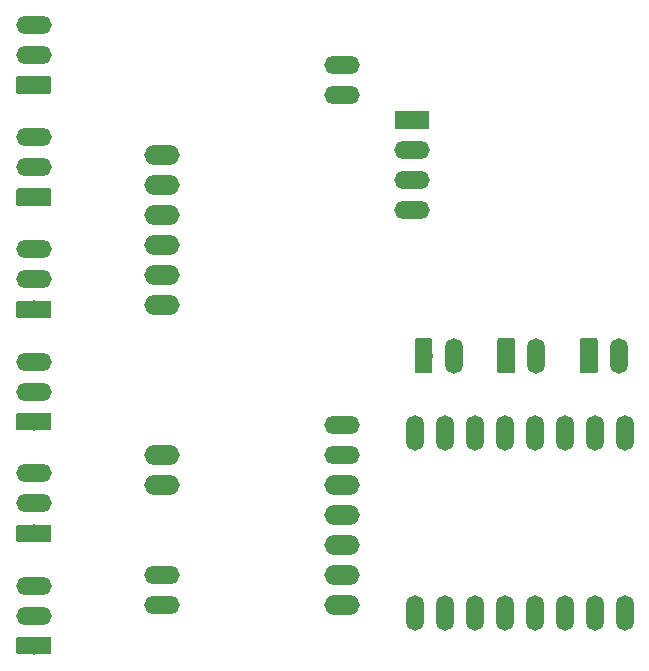
<source format=gbr>
G04 #@! TF.GenerationSoftware,KiCad,Pcbnew,5.0.2*
G04 #@! TF.CreationDate,2019-08-26T11:15:14-03:00*
G04 #@! TF.ProjectId,iceCubeNomeFeio,69636543-7562-4654-9e6f-6d654665696f,rev?*
G04 #@! TF.SameCoordinates,Original*
G04 #@! TF.FileFunction,Copper,L1,Top*
G04 #@! TF.FilePolarity,Positive*
%FSLAX46Y46*%
G04 Gerber Fmt 4.6, Leading zero omitted, Abs format (unit mm)*
G04 Created by KiCad (PCBNEW 5.0.2) date seg 26 ago 2019 11:15:14 -03*
%MOMM*%
%LPD*%
G01*
G04 APERTURE LIST*
G04 #@! TA.AperFunction,ComponentPad*
%ADD10O,3.000000X1.500000*%
G04 #@! TD*
G04 #@! TA.AperFunction,Conductor*
%ADD11C,0.100000*%
G04 #@! TD*
G04 #@! TA.AperFunction,ComponentPad*
%ADD12C,1.500000*%
G04 #@! TD*
G04 #@! TA.AperFunction,ComponentPad*
%ADD13R,3.000000X1.500000*%
G04 #@! TD*
G04 #@! TA.AperFunction,ComponentPad*
%ADD14O,1.500000X3.000000*%
G04 #@! TD*
G04 #@! TA.AperFunction,ComponentPad*
%ADD15O,3.000000X1.700000*%
G04 #@! TD*
G04 APERTURE END LIST*
D10*
G04 #@! TO.P,J4,3*
G04 #@! TO.N,/OUT2*
X120500000Y-76000000D03*
G04 #@! TO.P,J4,2*
G04 #@! TO.N,Earth*
X120500000Y-78540000D03*
D11*
G04 #@! TD*
G04 #@! TO.N,+5V*
G04 #@! TO.C,J4*
G36*
X121805173Y-80331040D02*
X121826140Y-80334150D01*
X121846702Y-80339301D01*
X121866660Y-80346442D01*
X121885822Y-80355505D01*
X121904004Y-80366402D01*
X121921029Y-80379030D01*
X121936735Y-80393265D01*
X121950970Y-80408971D01*
X121963598Y-80425996D01*
X121974495Y-80444178D01*
X121983558Y-80463340D01*
X121990699Y-80483298D01*
X121995850Y-80503860D01*
X121998960Y-80524827D01*
X122000000Y-80545999D01*
X122000000Y-81614001D01*
X121998960Y-81635173D01*
X121995850Y-81656140D01*
X121990699Y-81676702D01*
X121983558Y-81696660D01*
X121974495Y-81715822D01*
X121963598Y-81734004D01*
X121950970Y-81751029D01*
X121936735Y-81766735D01*
X121921029Y-81780970D01*
X121904004Y-81793598D01*
X121885822Y-81804495D01*
X121866660Y-81813558D01*
X121846702Y-81820699D01*
X121826140Y-81825850D01*
X121805173Y-81828960D01*
X121784001Y-81830000D01*
X119215999Y-81830000D01*
X119194827Y-81828960D01*
X119173860Y-81825850D01*
X119153298Y-81820699D01*
X119133340Y-81813558D01*
X119114178Y-81804495D01*
X119095996Y-81793598D01*
X119078971Y-81780970D01*
X119063265Y-81766735D01*
X119049030Y-81751029D01*
X119036402Y-81734004D01*
X119025505Y-81715822D01*
X119016442Y-81696660D01*
X119009301Y-81676702D01*
X119004150Y-81656140D01*
X119001040Y-81635173D01*
X119000000Y-81614001D01*
X119000000Y-80545999D01*
X119001040Y-80524827D01*
X119004150Y-80503860D01*
X119009301Y-80483298D01*
X119016442Y-80463340D01*
X119025505Y-80444178D01*
X119036402Y-80425996D01*
X119049030Y-80408971D01*
X119063265Y-80393265D01*
X119078971Y-80379030D01*
X119095996Y-80366402D01*
X119114178Y-80355505D01*
X119133340Y-80346442D01*
X119153298Y-80339301D01*
X119173860Y-80334150D01*
X119194827Y-80331040D01*
X119215999Y-80330000D01*
X121784001Y-80330000D01*
X121805173Y-80331040D01*
X121805173Y-80331040D01*
G37*
D12*
G04 #@! TO.P,J4,1*
G04 #@! TO.N,+5V*
X120500000Y-81080000D03*
G04 #@! TD*
D10*
G04 #@! TO.P,J2,4*
G04 #@! TO.N,+5V*
X152500000Y-82120000D03*
G04 #@! TO.P,J2,3*
G04 #@! TO.N,Earth*
X152500000Y-79580000D03*
G04 #@! TO.P,J2,2*
G04 #@! TO.N,/RXD*
X152500000Y-77040000D03*
D13*
G04 #@! TO.P,J2,1*
G04 #@! TO.N,/TXD*
X152500000Y-74500000D03*
G04 #@! TD*
D11*
G04 #@! TO.N,+5V*
G04 #@! TO.C,J3*
G36*
X121805173Y-70831040D02*
X121826140Y-70834150D01*
X121846702Y-70839301D01*
X121866660Y-70846442D01*
X121885822Y-70855505D01*
X121904004Y-70866402D01*
X121921029Y-70879030D01*
X121936735Y-70893265D01*
X121950970Y-70908971D01*
X121963598Y-70925996D01*
X121974495Y-70944178D01*
X121983558Y-70963340D01*
X121990699Y-70983298D01*
X121995850Y-71003860D01*
X121998960Y-71024827D01*
X122000000Y-71045999D01*
X122000000Y-72114001D01*
X121998960Y-72135173D01*
X121995850Y-72156140D01*
X121990699Y-72176702D01*
X121983558Y-72196660D01*
X121974495Y-72215822D01*
X121963598Y-72234004D01*
X121950970Y-72251029D01*
X121936735Y-72266735D01*
X121921029Y-72280970D01*
X121904004Y-72293598D01*
X121885822Y-72304495D01*
X121866660Y-72313558D01*
X121846702Y-72320699D01*
X121826140Y-72325850D01*
X121805173Y-72328960D01*
X121784001Y-72330000D01*
X119215999Y-72330000D01*
X119194827Y-72328960D01*
X119173860Y-72325850D01*
X119153298Y-72320699D01*
X119133340Y-72313558D01*
X119114178Y-72304495D01*
X119095996Y-72293598D01*
X119078971Y-72280970D01*
X119063265Y-72266735D01*
X119049030Y-72251029D01*
X119036402Y-72234004D01*
X119025505Y-72215822D01*
X119016442Y-72196660D01*
X119009301Y-72176702D01*
X119004150Y-72156140D01*
X119001040Y-72135173D01*
X119000000Y-72114001D01*
X119000000Y-71045999D01*
X119001040Y-71024827D01*
X119004150Y-71003860D01*
X119009301Y-70983298D01*
X119016442Y-70963340D01*
X119025505Y-70944178D01*
X119036402Y-70925996D01*
X119049030Y-70908971D01*
X119063265Y-70893265D01*
X119078971Y-70879030D01*
X119095996Y-70866402D01*
X119114178Y-70855505D01*
X119133340Y-70846442D01*
X119153298Y-70839301D01*
X119173860Y-70834150D01*
X119194827Y-70831040D01*
X119215999Y-70830000D01*
X121784001Y-70830000D01*
X121805173Y-70831040D01*
X121805173Y-70831040D01*
G37*
D12*
G04 #@! TD*
G04 #@! TO.P,J3,1*
G04 #@! TO.N,+5V*
X120500000Y-71580000D03*
D10*
G04 #@! TO.P,J3,2*
G04 #@! TO.N,Earth*
X120500000Y-69040000D03*
G04 #@! TO.P,J3,3*
G04 #@! TO.N,/OUT1*
X120500000Y-66500000D03*
G04 #@! TD*
D14*
G04 #@! TO.P,J1,2*
G04 #@! TO.N,Earth*
X170040000Y-94500000D03*
D11*
G04 #@! TD*
G04 #@! TO.N,/VIM*
G04 #@! TO.C,J1*
G36*
X168055173Y-93001040D02*
X168076140Y-93004150D01*
X168096702Y-93009301D01*
X168116660Y-93016442D01*
X168135822Y-93025505D01*
X168154004Y-93036402D01*
X168171029Y-93049030D01*
X168186735Y-93063265D01*
X168200970Y-93078971D01*
X168213598Y-93095996D01*
X168224495Y-93114178D01*
X168233558Y-93133340D01*
X168240699Y-93153298D01*
X168245850Y-93173860D01*
X168248960Y-93194827D01*
X168250000Y-93215999D01*
X168250000Y-95784001D01*
X168248960Y-95805173D01*
X168245850Y-95826140D01*
X168240699Y-95846702D01*
X168233558Y-95866660D01*
X168224495Y-95885822D01*
X168213598Y-95904004D01*
X168200970Y-95921029D01*
X168186735Y-95936735D01*
X168171029Y-95950970D01*
X168154004Y-95963598D01*
X168135822Y-95974495D01*
X168116660Y-95983558D01*
X168096702Y-95990699D01*
X168076140Y-95995850D01*
X168055173Y-95998960D01*
X168034001Y-96000000D01*
X166965999Y-96000000D01*
X166944827Y-95998960D01*
X166923860Y-95995850D01*
X166903298Y-95990699D01*
X166883340Y-95983558D01*
X166864178Y-95974495D01*
X166845996Y-95963598D01*
X166828971Y-95950970D01*
X166813265Y-95936735D01*
X166799030Y-95921029D01*
X166786402Y-95904004D01*
X166775505Y-95885822D01*
X166766442Y-95866660D01*
X166759301Y-95846702D01*
X166754150Y-95826140D01*
X166751040Y-95805173D01*
X166750000Y-95784001D01*
X166750000Y-93215999D01*
X166751040Y-93194827D01*
X166754150Y-93173860D01*
X166759301Y-93153298D01*
X166766442Y-93133340D01*
X166775505Y-93114178D01*
X166786402Y-93095996D01*
X166799030Y-93078971D01*
X166813265Y-93063265D01*
X166828971Y-93049030D01*
X166845996Y-93036402D01*
X166864178Y-93025505D01*
X166883340Y-93016442D01*
X166903298Y-93009301D01*
X166923860Y-93004150D01*
X166944827Y-93001040D01*
X166965999Y-93000000D01*
X168034001Y-93000000D01*
X168055173Y-93001040D01*
X168055173Y-93001040D01*
G37*
D12*
G04 #@! TO.P,J1,1*
G04 #@! TO.N,/VIM*
X167500000Y-94500000D03*
G04 #@! TD*
D14*
G04 #@! TO.P,U3,16*
G04 #@! TO.N,/A10*
X170550000Y-116280000D03*
G04 #@! TO.P,U3,15*
G04 #@! TO.N,/A8*
X168010000Y-116280000D03*
G04 #@! TO.P,U3,14*
G04 #@! TO.N,/A15*
X165470000Y-116280000D03*
G04 #@! TO.P,U3,13*
G04 #@! TO.N,/B14*
X162930000Y-116280000D03*
G04 #@! TO.P,U3,12*
G04 #@! TO.N,/B13*
X160390000Y-116280000D03*
G04 #@! TO.P,U3,11*
G04 #@! TO.N,/B12*
X157850000Y-116280000D03*
G04 #@! TO.P,U3,10*
G04 #@! TO.N,/A9*
X155310000Y-116280000D03*
G04 #@! TO.P,U3,9*
G04 #@! TO.N,Earth*
X152770000Y-116280000D03*
G04 #@! TO.P,U3,8*
X152770000Y-101040000D03*
G04 #@! TO.P,U3,7*
G04 #@! TO.N,Net-(J10-Pad1)*
X155310000Y-101040000D03*
G04 #@! TO.P,U3,6*
G04 #@! TO.N,Net-(J10-Pad2)*
X157850000Y-101040000D03*
G04 #@! TO.P,U3,5*
G04 #@! TO.N,Net-(J9-Pad1)*
X160390000Y-101040000D03*
G04 #@! TO.P,U3,4*
G04 #@! TO.N,Net-(J9-Pad2)*
X162930000Y-101040000D03*
G04 #@! TO.P,U3,3*
G04 #@! TO.N,Earth*
X165470000Y-101040000D03*
G04 #@! TO.P,U3,2*
G04 #@! TO.N,+5V*
X168010000Y-101040000D03*
G04 #@! TO.P,U3,1*
X170550000Y-101040000D03*
G04 #@! TD*
D11*
G04 #@! TO.N,+5V*
G04 #@! TO.C,J5*
G36*
X121805173Y-89831040D02*
X121826140Y-89834150D01*
X121846702Y-89839301D01*
X121866660Y-89846442D01*
X121885822Y-89855505D01*
X121904004Y-89866402D01*
X121921029Y-89879030D01*
X121936735Y-89893265D01*
X121950970Y-89908971D01*
X121963598Y-89925996D01*
X121974495Y-89944178D01*
X121983558Y-89963340D01*
X121990699Y-89983298D01*
X121995850Y-90003860D01*
X121998960Y-90024827D01*
X122000000Y-90045999D01*
X122000000Y-91114001D01*
X121998960Y-91135173D01*
X121995850Y-91156140D01*
X121990699Y-91176702D01*
X121983558Y-91196660D01*
X121974495Y-91215822D01*
X121963598Y-91234004D01*
X121950970Y-91251029D01*
X121936735Y-91266735D01*
X121921029Y-91280970D01*
X121904004Y-91293598D01*
X121885822Y-91304495D01*
X121866660Y-91313558D01*
X121846702Y-91320699D01*
X121826140Y-91325850D01*
X121805173Y-91328960D01*
X121784001Y-91330000D01*
X119215999Y-91330000D01*
X119194827Y-91328960D01*
X119173860Y-91325850D01*
X119153298Y-91320699D01*
X119133340Y-91313558D01*
X119114178Y-91304495D01*
X119095996Y-91293598D01*
X119078971Y-91280970D01*
X119063265Y-91266735D01*
X119049030Y-91251029D01*
X119036402Y-91234004D01*
X119025505Y-91215822D01*
X119016442Y-91196660D01*
X119009301Y-91176702D01*
X119004150Y-91156140D01*
X119001040Y-91135173D01*
X119000000Y-91114001D01*
X119000000Y-90045999D01*
X119001040Y-90024827D01*
X119004150Y-90003860D01*
X119009301Y-89983298D01*
X119016442Y-89963340D01*
X119025505Y-89944178D01*
X119036402Y-89925996D01*
X119049030Y-89908971D01*
X119063265Y-89893265D01*
X119078971Y-89879030D01*
X119095996Y-89866402D01*
X119114178Y-89855505D01*
X119133340Y-89846442D01*
X119153298Y-89839301D01*
X119173860Y-89834150D01*
X119194827Y-89831040D01*
X119215999Y-89830000D01*
X121784001Y-89830000D01*
X121805173Y-89831040D01*
X121805173Y-89831040D01*
G37*
D12*
G04 #@! TD*
G04 #@! TO.P,J5,1*
G04 #@! TO.N,+5V*
X120500000Y-90580000D03*
D10*
G04 #@! TO.P,J5,2*
G04 #@! TO.N,Earth*
X120500000Y-88040000D03*
G04 #@! TO.P,J5,3*
G04 #@! TO.N,/OUT3*
X120500000Y-85500000D03*
G04 #@! TD*
D15*
G04 #@! TO.P,U2,5*
G04 #@! TO.N,/OUT1M*
X131380000Y-77530000D03*
G04 #@! TO.P,U2,6*
G04 #@! TO.N,/OUT2M*
X131380000Y-80070000D03*
G04 #@! TO.P,U2,7*
G04 #@! TO.N,/OUT3M*
X131380000Y-82610000D03*
G04 #@! TO.P,U2,8*
G04 #@! TO.N,/OUT4M*
X131380000Y-85150000D03*
G04 #@! TO.P,U2,9*
G04 #@! TO.N,/OUT5M*
X131380000Y-87690000D03*
G04 #@! TO.P,U2,10*
G04 #@! TO.N,/OUT6M*
X131380000Y-90230000D03*
G04 #@! TO.P,U2,15*
G04 #@! TO.N,/TXD*
X131380000Y-102930000D03*
G04 #@! TO.P,U2,16*
G04 #@! TO.N,/RXD*
X131380000Y-105470000D03*
D10*
G04 #@! TO.P,U2,19*
G04 #@! TO.N,Earth*
X131380000Y-113090000D03*
G04 #@! TO.P,U2,20*
X131380000Y-115630000D03*
D15*
G04 #@! TO.P,U2,21*
G04 #@! TO.N,/B12*
X146620000Y-115630000D03*
G04 #@! TO.P,U2,22*
G04 #@! TO.N,/B13*
X146620000Y-113090000D03*
G04 #@! TO.P,U2,23*
G04 #@! TO.N,/B14*
X146620000Y-110550000D03*
G04 #@! TO.P,U2,24*
G04 #@! TO.N,/A15*
X146620000Y-108010000D03*
G04 #@! TO.P,U2,25*
G04 #@! TO.N,/A8*
X146620000Y-105470000D03*
D10*
G04 #@! TO.P,U2,26*
G04 #@! TO.N,/A9*
X146620000Y-102930000D03*
G04 #@! TO.P,U2,27*
G04 #@! TO.N,/A10*
X146620000Y-100390000D03*
G04 #@! TO.P,U2,38*
G04 #@! TO.N,+5V*
X146620000Y-72450000D03*
G04 #@! TO.P,U2,39*
G04 #@! TO.N,Earth*
X146620000Y-69910000D03*
G04 #@! TD*
D11*
G04 #@! TO.N,Net-(J9-Pad1)*
G04 #@! TO.C,J9*
G36*
X161055173Y-93001040D02*
X161076140Y-93004150D01*
X161096702Y-93009301D01*
X161116660Y-93016442D01*
X161135822Y-93025505D01*
X161154004Y-93036402D01*
X161171029Y-93049030D01*
X161186735Y-93063265D01*
X161200970Y-93078971D01*
X161213598Y-93095996D01*
X161224495Y-93114178D01*
X161233558Y-93133340D01*
X161240699Y-93153298D01*
X161245850Y-93173860D01*
X161248960Y-93194827D01*
X161250000Y-93215999D01*
X161250000Y-95784001D01*
X161248960Y-95805173D01*
X161245850Y-95826140D01*
X161240699Y-95846702D01*
X161233558Y-95866660D01*
X161224495Y-95885822D01*
X161213598Y-95904004D01*
X161200970Y-95921029D01*
X161186735Y-95936735D01*
X161171029Y-95950970D01*
X161154004Y-95963598D01*
X161135822Y-95974495D01*
X161116660Y-95983558D01*
X161096702Y-95990699D01*
X161076140Y-95995850D01*
X161055173Y-95998960D01*
X161034001Y-96000000D01*
X159965999Y-96000000D01*
X159944827Y-95998960D01*
X159923860Y-95995850D01*
X159903298Y-95990699D01*
X159883340Y-95983558D01*
X159864178Y-95974495D01*
X159845996Y-95963598D01*
X159828971Y-95950970D01*
X159813265Y-95936735D01*
X159799030Y-95921029D01*
X159786402Y-95904004D01*
X159775505Y-95885822D01*
X159766442Y-95866660D01*
X159759301Y-95846702D01*
X159754150Y-95826140D01*
X159751040Y-95805173D01*
X159750000Y-95784001D01*
X159750000Y-93215999D01*
X159751040Y-93194827D01*
X159754150Y-93173860D01*
X159759301Y-93153298D01*
X159766442Y-93133340D01*
X159775505Y-93114178D01*
X159786402Y-93095996D01*
X159799030Y-93078971D01*
X159813265Y-93063265D01*
X159828971Y-93049030D01*
X159845996Y-93036402D01*
X159864178Y-93025505D01*
X159883340Y-93016442D01*
X159903298Y-93009301D01*
X159923860Y-93004150D01*
X159944827Y-93001040D01*
X159965999Y-93000000D01*
X161034001Y-93000000D01*
X161055173Y-93001040D01*
X161055173Y-93001040D01*
G37*
D12*
G04 #@! TD*
G04 #@! TO.P,J9,1*
G04 #@! TO.N,Net-(J9-Pad1)*
X160500000Y-94500000D03*
D14*
G04 #@! TO.P,J9,2*
G04 #@! TO.N,Net-(J9-Pad2)*
X163040000Y-94500000D03*
G04 #@! TD*
D10*
G04 #@! TO.P,J8,3*
G04 #@! TO.N,+5V*
X120500000Y-104460000D03*
G04 #@! TO.P,J8,2*
G04 #@! TO.N,Earth*
X120500000Y-107000000D03*
D11*
G04 #@! TD*
G04 #@! TO.N,/OUT6*
G04 #@! TO.C,J8*
G36*
X121805173Y-108791040D02*
X121826140Y-108794150D01*
X121846702Y-108799301D01*
X121866660Y-108806442D01*
X121885822Y-108815505D01*
X121904004Y-108826402D01*
X121921029Y-108839030D01*
X121936735Y-108853265D01*
X121950970Y-108868971D01*
X121963598Y-108885996D01*
X121974495Y-108904178D01*
X121983558Y-108923340D01*
X121990699Y-108943298D01*
X121995850Y-108963860D01*
X121998960Y-108984827D01*
X122000000Y-109005999D01*
X122000000Y-110074001D01*
X121998960Y-110095173D01*
X121995850Y-110116140D01*
X121990699Y-110136702D01*
X121983558Y-110156660D01*
X121974495Y-110175822D01*
X121963598Y-110194004D01*
X121950970Y-110211029D01*
X121936735Y-110226735D01*
X121921029Y-110240970D01*
X121904004Y-110253598D01*
X121885822Y-110264495D01*
X121866660Y-110273558D01*
X121846702Y-110280699D01*
X121826140Y-110285850D01*
X121805173Y-110288960D01*
X121784001Y-110290000D01*
X119215999Y-110290000D01*
X119194827Y-110288960D01*
X119173860Y-110285850D01*
X119153298Y-110280699D01*
X119133340Y-110273558D01*
X119114178Y-110264495D01*
X119095996Y-110253598D01*
X119078971Y-110240970D01*
X119063265Y-110226735D01*
X119049030Y-110211029D01*
X119036402Y-110194004D01*
X119025505Y-110175822D01*
X119016442Y-110156660D01*
X119009301Y-110136702D01*
X119004150Y-110116140D01*
X119001040Y-110095173D01*
X119000000Y-110074001D01*
X119000000Y-109005999D01*
X119001040Y-108984827D01*
X119004150Y-108963860D01*
X119009301Y-108943298D01*
X119016442Y-108923340D01*
X119025505Y-108904178D01*
X119036402Y-108885996D01*
X119049030Y-108868971D01*
X119063265Y-108853265D01*
X119078971Y-108839030D01*
X119095996Y-108826402D01*
X119114178Y-108815505D01*
X119133340Y-108806442D01*
X119153298Y-108799301D01*
X119173860Y-108794150D01*
X119194827Y-108791040D01*
X119215999Y-108790000D01*
X121784001Y-108790000D01*
X121805173Y-108791040D01*
X121805173Y-108791040D01*
G37*
D12*
G04 #@! TO.P,J8,1*
G04 #@! TO.N,/OUT6*
X120500000Y-109540000D03*
G04 #@! TD*
D14*
G04 #@! TO.P,J10,2*
G04 #@! TO.N,Net-(J10-Pad2)*
X156040000Y-94500000D03*
D11*
G04 #@! TD*
G04 #@! TO.N,Net-(J10-Pad1)*
G04 #@! TO.C,J10*
G36*
X154055173Y-93001040D02*
X154076140Y-93004150D01*
X154096702Y-93009301D01*
X154116660Y-93016442D01*
X154135822Y-93025505D01*
X154154004Y-93036402D01*
X154171029Y-93049030D01*
X154186735Y-93063265D01*
X154200970Y-93078971D01*
X154213598Y-93095996D01*
X154224495Y-93114178D01*
X154233558Y-93133340D01*
X154240699Y-93153298D01*
X154245850Y-93173860D01*
X154248960Y-93194827D01*
X154250000Y-93215999D01*
X154250000Y-95784001D01*
X154248960Y-95805173D01*
X154245850Y-95826140D01*
X154240699Y-95846702D01*
X154233558Y-95866660D01*
X154224495Y-95885822D01*
X154213598Y-95904004D01*
X154200970Y-95921029D01*
X154186735Y-95936735D01*
X154171029Y-95950970D01*
X154154004Y-95963598D01*
X154135822Y-95974495D01*
X154116660Y-95983558D01*
X154096702Y-95990699D01*
X154076140Y-95995850D01*
X154055173Y-95998960D01*
X154034001Y-96000000D01*
X152965999Y-96000000D01*
X152944827Y-95998960D01*
X152923860Y-95995850D01*
X152903298Y-95990699D01*
X152883340Y-95983558D01*
X152864178Y-95974495D01*
X152845996Y-95963598D01*
X152828971Y-95950970D01*
X152813265Y-95936735D01*
X152799030Y-95921029D01*
X152786402Y-95904004D01*
X152775505Y-95885822D01*
X152766442Y-95866660D01*
X152759301Y-95846702D01*
X152754150Y-95826140D01*
X152751040Y-95805173D01*
X152750000Y-95784001D01*
X152750000Y-93215999D01*
X152751040Y-93194827D01*
X152754150Y-93173860D01*
X152759301Y-93153298D01*
X152766442Y-93133340D01*
X152775505Y-93114178D01*
X152786402Y-93095996D01*
X152799030Y-93078971D01*
X152813265Y-93063265D01*
X152828971Y-93049030D01*
X152845996Y-93036402D01*
X152864178Y-93025505D01*
X152883340Y-93016442D01*
X152903298Y-93009301D01*
X152923860Y-93004150D01*
X152944827Y-93001040D01*
X152965999Y-93000000D01*
X154034001Y-93000000D01*
X154055173Y-93001040D01*
X154055173Y-93001040D01*
G37*
D12*
G04 #@! TO.P,J10,1*
G04 #@! TO.N,Net-(J10-Pad1)*
X153500000Y-94500000D03*
G04 #@! TD*
D11*
G04 #@! TO.N,/OUT5*
G04 #@! TO.C,J7*
G36*
X121805173Y-118291040D02*
X121826140Y-118294150D01*
X121846702Y-118299301D01*
X121866660Y-118306442D01*
X121885822Y-118315505D01*
X121904004Y-118326402D01*
X121921029Y-118339030D01*
X121936735Y-118353265D01*
X121950970Y-118368971D01*
X121963598Y-118385996D01*
X121974495Y-118404178D01*
X121983558Y-118423340D01*
X121990699Y-118443298D01*
X121995850Y-118463860D01*
X121998960Y-118484827D01*
X122000000Y-118505999D01*
X122000000Y-119574001D01*
X121998960Y-119595173D01*
X121995850Y-119616140D01*
X121990699Y-119636702D01*
X121983558Y-119656660D01*
X121974495Y-119675822D01*
X121963598Y-119694004D01*
X121950970Y-119711029D01*
X121936735Y-119726735D01*
X121921029Y-119740970D01*
X121904004Y-119753598D01*
X121885822Y-119764495D01*
X121866660Y-119773558D01*
X121846702Y-119780699D01*
X121826140Y-119785850D01*
X121805173Y-119788960D01*
X121784001Y-119790000D01*
X119215999Y-119790000D01*
X119194827Y-119788960D01*
X119173860Y-119785850D01*
X119153298Y-119780699D01*
X119133340Y-119773558D01*
X119114178Y-119764495D01*
X119095996Y-119753598D01*
X119078971Y-119740970D01*
X119063265Y-119726735D01*
X119049030Y-119711029D01*
X119036402Y-119694004D01*
X119025505Y-119675822D01*
X119016442Y-119656660D01*
X119009301Y-119636702D01*
X119004150Y-119616140D01*
X119001040Y-119595173D01*
X119000000Y-119574001D01*
X119000000Y-118505999D01*
X119001040Y-118484827D01*
X119004150Y-118463860D01*
X119009301Y-118443298D01*
X119016442Y-118423340D01*
X119025505Y-118404178D01*
X119036402Y-118385996D01*
X119049030Y-118368971D01*
X119063265Y-118353265D01*
X119078971Y-118339030D01*
X119095996Y-118326402D01*
X119114178Y-118315505D01*
X119133340Y-118306442D01*
X119153298Y-118299301D01*
X119173860Y-118294150D01*
X119194827Y-118291040D01*
X119215999Y-118290000D01*
X121784001Y-118290000D01*
X121805173Y-118291040D01*
X121805173Y-118291040D01*
G37*
D12*
G04 #@! TD*
G04 #@! TO.P,J7,1*
G04 #@! TO.N,/OUT5*
X120500000Y-119040000D03*
D10*
G04 #@! TO.P,J7,2*
G04 #@! TO.N,Earth*
X120500000Y-116500000D03*
G04 #@! TO.P,J7,3*
G04 #@! TO.N,+5V*
X120500000Y-113960000D03*
G04 #@! TD*
G04 #@! TO.P,J6,3*
G04 #@! TO.N,/OUT4*
X120500000Y-95000000D03*
G04 #@! TO.P,J6,2*
G04 #@! TO.N,Earth*
X120500000Y-97540000D03*
D11*
G04 #@! TD*
G04 #@! TO.N,+5V*
G04 #@! TO.C,J6*
G36*
X121805173Y-99331040D02*
X121826140Y-99334150D01*
X121846702Y-99339301D01*
X121866660Y-99346442D01*
X121885822Y-99355505D01*
X121904004Y-99366402D01*
X121921029Y-99379030D01*
X121936735Y-99393265D01*
X121950970Y-99408971D01*
X121963598Y-99425996D01*
X121974495Y-99444178D01*
X121983558Y-99463340D01*
X121990699Y-99483298D01*
X121995850Y-99503860D01*
X121998960Y-99524827D01*
X122000000Y-99545999D01*
X122000000Y-100614001D01*
X121998960Y-100635173D01*
X121995850Y-100656140D01*
X121990699Y-100676702D01*
X121983558Y-100696660D01*
X121974495Y-100715822D01*
X121963598Y-100734004D01*
X121950970Y-100751029D01*
X121936735Y-100766735D01*
X121921029Y-100780970D01*
X121904004Y-100793598D01*
X121885822Y-100804495D01*
X121866660Y-100813558D01*
X121846702Y-100820699D01*
X121826140Y-100825850D01*
X121805173Y-100828960D01*
X121784001Y-100830000D01*
X119215999Y-100830000D01*
X119194827Y-100828960D01*
X119173860Y-100825850D01*
X119153298Y-100820699D01*
X119133340Y-100813558D01*
X119114178Y-100804495D01*
X119095996Y-100793598D01*
X119078971Y-100780970D01*
X119063265Y-100766735D01*
X119049030Y-100751029D01*
X119036402Y-100734004D01*
X119025505Y-100715822D01*
X119016442Y-100696660D01*
X119009301Y-100676702D01*
X119004150Y-100656140D01*
X119001040Y-100635173D01*
X119000000Y-100614001D01*
X119000000Y-99545999D01*
X119001040Y-99524827D01*
X119004150Y-99503860D01*
X119009301Y-99483298D01*
X119016442Y-99463340D01*
X119025505Y-99444178D01*
X119036402Y-99425996D01*
X119049030Y-99408971D01*
X119063265Y-99393265D01*
X119078971Y-99379030D01*
X119095996Y-99366402D01*
X119114178Y-99355505D01*
X119133340Y-99346442D01*
X119153298Y-99339301D01*
X119173860Y-99334150D01*
X119194827Y-99331040D01*
X119215999Y-99330000D01*
X121784001Y-99330000D01*
X121805173Y-99331040D01*
X121805173Y-99331040D01*
G37*
D12*
G04 #@! TO.P,J6,1*
G04 #@! TO.N,+5V*
X120500000Y-100080000D03*
G04 #@! TD*
M02*

</source>
